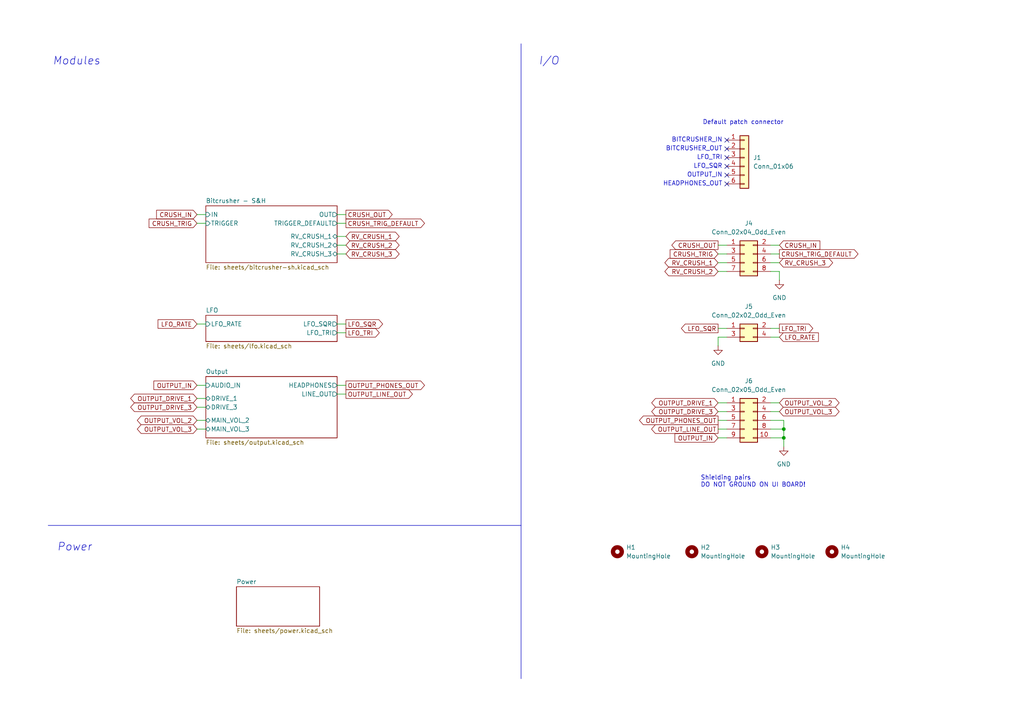
<source format=kicad_sch>
(kicad_sch (version 20250114) (generator "eeschema") (generator_version "9.0")
  (paper "A4")
  (lib_symbols
    (symbol "Connector_Generic:Conn_01x06" (pin_names (offset 1.016) (hide yes))
      (property "Reference" "J" (at 0 7.62 0))
      (property "Value" "Conn_01x06" (at 0 -10.16 0))
      (symbol "Conn_01x06_1_1"
        (rectangle (start -1.27 6.35) (end 1.27 -8.89) (stroke (width 0.254)) (fill (type background)))
        (rectangle (start -1.27 5.207) (end 0 4.953) (stroke (width 0.1524)))
        (rectangle (start -1.27 2.667) (end 0 2.413) (stroke (width 0.1524)))
        (rectangle (start -1.27 0.127) (end 0 -0.127) (stroke (width 0.1524)))
        (rectangle (start -1.27 -2.413) (end 0 -2.667) (stroke (width 0.1524)))
        (rectangle (start -1.27 -4.953) (end 0 -5.207) (stroke (width 0.1524)))
        (rectangle (start -1.27 -7.493) (end 0 -7.747) (stroke (width 0.1524)))
        (pin passive line (at -5.08 5.08 0) (length 3.81) (name "Pin_1") (number "1"))
        (pin passive line (at -5.08 2.54 0) (length 3.81) (name "Pin_2") (number "2"))
        (pin passive line (at -5.08 0 0) (length 3.81) (name "Pin_3") (number "3"))
        (pin passive line (at -5.08 -2.54 0) (length 3.81) (name "Pin_4") (number "4"))
        (pin passive line (at -5.08 -5.08 0) (length 3.81) (name "Pin_5") (number "5"))
        (pin passive line (at -5.08 -7.62 0) (length 3.81) (name "Pin_6") (number "6"))
      )
    )
    (symbol "Connector_Generic:Conn_02x02_Odd_Even" (pin_names (offset 1.016) (hide yes))
      (property "Reference" "J" (at 1.27 2.54 0))
      (property "Value" "Conn_02x02_Odd_Even" (at 1.27 -5.08 0))
      (symbol "Conn_02x02_Odd_Even_1_1"
        (rectangle (start -1.27 1.27) (end 3.81 -3.81) (stroke (width 0.254)) (fill (type background)))
        (rectangle (start -1.27 0.127) (end 0 -0.127) (stroke (width 0.1524)))
        (rectangle (start -1.27 -2.413) (end 0 -2.667) (stroke (width 0.1524)))
        (rectangle (start 3.81 0.127) (end 2.54 -0.127) (stroke (width 0.1524)))
        (rectangle (start 3.81 -2.413) (end 2.54 -2.667) (stroke (width 0.1524)))
        (pin passive line (at -5.08 0 0) (length 3.81) (name "Pin_1") (number "1"))
        (pin passive line (at -5.08 -2.54 0) (length 3.81) (name "Pin_3") (number "3"))
        (pin passive line (at 7.62 0 180) (length 3.81) (name "Pin_2") (number "2"))
        (pin passive line (at 7.62 -2.54 180) (length 3.81) (name "Pin_4") (number "4"))
      )
    )
    (symbol "Connector_Generic:Conn_02x04_Odd_Even" (pin_names (offset 1.016) (hide yes))
      (property "Reference" "J" (at 1.27 5.08 0))
      (property "Value" "Conn_02x04_Odd_Even" (at 1.27 -7.62 0))
      (symbol "Conn_02x04_Odd_Even_1_1"
        (rectangle (start -1.27 3.81) (end 3.81 -6.35) (stroke (width 0.254)) (fill (type background)))
        (rectangle (start -1.27 2.667) (end 0 2.413) (stroke (width 0.1524)))
        (rectangle (start -1.27 0.127) (end 0 -0.127) (stroke (width 0.1524)))
        (rectangle (start -1.27 -2.413) (end 0 -2.667) (stroke (width 0.1524)))
        (rectangle (start -1.27 -4.953) (end 0 -5.207) (stroke (width 0.1524)))
        (rectangle (start 3.81 2.667) (end 2.54 2.413) (stroke (width 0.1524)))
        (rectangle (start 3.81 0.127) (end 2.54 -0.127) (stroke (width 0.1524)))
        (rectangle (start 3.81 -2.413) (end 2.54 -2.667) (stroke (width 0.1524)))
        (rectangle (start 3.81 -4.953) (end 2.54 -5.207) (stroke (width 0.1524)))
        (pin passive line (at -5.08 2.54 0) (length 3.81) (name "Pin_1") (number "1"))
        (pin passive line (at -5.08 0 0) (length 3.81) (name "Pin_3") (number "3"))
        (pin passive line (at -5.08 -2.54 0) (length 3.81) (name "Pin_5") (number "5"))
        (pin passive line (at -5.08 -5.08 0) (length 3.81) (name "Pin_7") (number "7"))
        (pin passive line (at 7.62 2.54 180) (length 3.81) (name "Pin_2") (number "2"))
        (pin passive line (at 7.62 0 180) (length 3.81) (name "Pin_4") (number "4"))
        (pin passive line (at 7.62 -2.54 180) (length 3.81) (name "Pin_6") (number "6"))
        (pin passive line (at 7.62 -5.08 180) (length 3.81) (name "Pin_8") (number "8"))
      )
    )
    (symbol "Connector_Generic:Conn_02x05_Odd_Even" (pin_names (offset 1.016) (hide yes))
      (property "Reference" "J" (at 1.27 7.62 0))
      (property "Value" "Conn_02x05_Odd_Even" (at 1.27 -7.62 0))
      (symbol "Conn_02x05_Odd_Even_1_1"
        (rectangle (start -1.27 6.35) (end 3.81 -6.35) (stroke (width 0.254)) (fill (type background)))
        (rectangle (start -1.27 5.207) (end 0 4.953) (stroke (width 0.1524)))
        (rectangle (start -1.27 2.667) (end 0 2.413) (stroke (width 0.1524)))
        (rectangle (start -1.27 0.127) (end 0 -0.127) (stroke (width 0.1524)))
        (rectangle (start -1.27 -2.413) (end 0 -2.667) (stroke (width 0.1524)))
        (rectangle (start -1.27 -4.953) (end 0 -5.207) (stroke (width 0.1524)))
        (rectangle (start 3.81 5.207) (end 2.54 4.953) (stroke (width 0.1524)))
        (rectangle (start 3.81 2.667) (end 2.54 2.413) (stroke (width 0.1524)))
        (rectangle (start 3.81 0.127) (end 2.54 -0.127) (stroke (width 0.1524)))
        (rectangle (start 3.81 -2.413) (end 2.54 -2.667) (stroke (width 0.1524)))
        (rectangle (start 3.81 -4.953) (end 2.54 -5.207) (stroke (width 0.1524)))
        (pin passive line (at -5.08 5.08 0) (length 3.81) (name "Pin_1") (number "1"))
        (pin passive line (at -5.08 2.54 0) (length 3.81) (name "Pin_3") (number "3"))
        (pin passive line (at -5.08 0 0) (length 3.81) (name "Pin_5") (number "5"))
        (pin passive line (at -5.08 -2.54 0) (length 3.81) (name "Pin_7") (number "7"))
        (pin passive line (at -5.08 -5.08 0) (length 3.81) (name "Pin_9") (number "9"))
        (pin passive line (at 7.62 5.08 180) (length 3.81) (name "Pin_2") (number "2"))
        (pin passive line (at 7.62 2.54 180) (length 3.81) (name "Pin_4") (number "4"))
        (pin passive line (at 7.62 0 180) (length 3.81) (name "Pin_6") (number "6"))
        (pin passive line (at 7.62 -2.54 180) (length 3.81) (name "Pin_8") (number "8"))
        (pin passive line (at 7.62 -5.08 180) (length 3.81) (name "Pin_10") (number "10"))
      )
    )
    (symbol "Mechanical:MountingHole" (pin_names (offset 1.016)) (in_bom no)
      (property "Reference" "H" (at 0 5.08 0))
      (property "Value" "MountingHole" (at 0 3.175 0))
      (symbol "MountingHole_0_1"
        (circle (center 0 0) (radius 1.27) (stroke (width 1.27)))
      )
    )
    (symbol "power:GND" (power) (pin_numbers (hide yes)) (pin_names (offset 0) (hide yes))
      (property "Value" "GND" (at 0 -3.81 0))
      (symbol "GND_0_1"
        (polyline (pts (xy 0 0) (xy 0 -1.27) (xy 1.27 -1.27) (xy 0 -2.54) (xy -1.27 -1.27) (xy 0 -1.27)))
      )
      (symbol "GND_1_1"
        (pin power_in line (at 0 0 270) (length 0) (name "~") (number "1"))
      )
    )
  )
  (text "Power" (at 16.51 158.75 0) (effects (font (size 2.27 2.27) (italic yes)) (justify left)))
  (text "LFO_TRI" (at 209.55 45.72 0) (effects (font (size 1.27 1.27)) (justify right)))
  (text "Default patch connector" (at 227.33 35.56 0) (effects (font (size 1.27 1.27)) (justify right)))
  (text "HEADPHONES_OUT" (at 209.55 53.34 0) (effects (font (size 1.27 1.27)) (justify right)))
  (text "BITCRUSHER_IN" (at 209.55 40.64 0) (effects (font (size 1.27 1.27)) (justify right)))
  (text "Shielding pairs\nDO NOT GROUND ON UI BOARD!" (at 203.2 139.7 0) (effects (font (size 1.27 1.27)) (justify left)))
  (text "OUTPUT_IN" (at 209.55 50.8 0) (effects (font (size 1.27 1.27)) (justify right)))
  (text "Modules" (at 15.24 17.78 0) (effects (font (size 2.27 2.27) (italic yes)) (justify left)))
  (text "BITCRUSHER_OUT" (at 209.55 43.18 0) (effects (font (size 1.27 1.27)) (justify right)))
  (text "I/O" (at 156.21 17.78 0) (effects (font (size 2.27 2.27) (italic yes)) (justify left)))
  (text "LFO_SQR" (at 209.55 48.26 0) (effects (font (size 1.27 1.27)) (justify right)))
  (junction (at 227.33 124.46))
  (junction (at 227.33 127))
  (no_connect (at 210.82 53.34))
  (no_connect (at 210.82 40.64))
  (no_connect (at 210.82 48.26))
  (no_connect (at 210.82 43.18))
  (no_connect (at 210.82 50.8))
  (no_connect (at 210.82 45.72))
  (wire (pts (xy 57.15 118.11) (xy 59.69 118.11)))
  (wire (pts (xy 100.33 111.76) (xy 97.79 111.76)))
  (wire (pts (xy 208.28 119.38) (xy 210.82 119.38)))
  (wire (pts (xy 223.52 73.66) (xy 226.06 73.66)))
  (wire (pts (xy 208.28 73.66) (xy 210.82 73.66)))
  (wire (pts (xy 97.79 71.12) (xy 100.33 71.12)))
  (wire (pts (xy 223.52 121.92) (xy 227.33 121.92)))
  (wire (pts (xy 208.28 71.12) (xy 210.82 71.12)))
  (wire (pts (xy 57.15 121.92) (xy 59.69 121.92)))
  (wire (pts (xy 100.33 62.23) (xy 97.79 62.23)))
  (wire (pts (xy 223.52 124.46) (xy 227.33 124.46)))
  (wire (pts (xy 223.52 76.2) (xy 226.06 76.2)))
  (wire (pts (xy 226.06 81.28) (xy 226.06 78.74)))
  (wire (pts (xy 226.06 71.12) (xy 223.52 71.12)))
  (wire (pts (xy 57.15 115.57) (xy 59.69 115.57)))
  (wire (pts (xy 208.28 121.92) (xy 210.82 121.92)))
  (wire (pts (xy 208.28 116.84) (xy 210.82 116.84)))
  (wire (pts (xy 57.15 64.77) (xy 59.69 64.77)))
  (wire (pts (xy 223.52 97.79) (xy 226.06 97.79)))
  (wire (pts (xy 208.28 95.25) (xy 210.82 95.25)))
  (wire (pts (xy 57.15 62.23) (xy 59.69 62.23)))
  (wire (pts (xy 208.28 124.46) (xy 210.82 124.46)))
  (wire (pts (xy 57.15 124.46) (xy 59.69 124.46)))
  (wire (pts (xy 210.82 97.79) (xy 208.28 97.79)))
  (wire (pts (xy 226.06 119.38) (xy 223.52 119.38)))
  (wire (pts (xy 97.79 93.98) (xy 100.33 93.98)))
  (wire (pts (xy 226.06 116.84) (xy 223.52 116.84)))
  (wire (pts (xy 208.28 97.79) (xy 208.28 100.33)))
  (wire (pts (xy 97.79 96.52) (xy 100.33 96.52)))
  (wire (pts (xy 100.33 68.58) (xy 97.79 68.58)))
  (polyline (pts (xy 151.13 12.7) (xy 151.13 196.85)))
  (wire (pts (xy 226.06 78.74) (xy 223.52 78.74)))
  (wire (pts (xy 57.15 93.98) (xy 59.69 93.98)))
  (wire (pts (xy 223.52 95.25) (xy 226.06 95.25)))
  (wire (pts (xy 100.33 114.3) (xy 97.79 114.3)))
  (wire (pts (xy 227.33 121.92) (xy 227.33 124.46)))
  (wire (pts (xy 208.28 76.2) (xy 210.82 76.2)))
  (wire (pts (xy 223.52 127) (xy 227.33 127)))
  (wire (pts (xy 97.79 64.77) (xy 100.33 64.77)))
  (wire (pts (xy 210.82 78.74) (xy 208.28 78.74)))
  (wire (pts (xy 97.79 73.66) (xy 100.33 73.66)))
  (wire (pts (xy 227.33 124.46) (xy 227.33 127)))
  (wire (pts (xy 208.28 127) (xy 210.82 127)))
  (polyline (pts (xy 13.97 152.4) (xy 151.13 152.4)))
  (wire (pts (xy 227.33 127) (xy 227.33 129.54)))
  (wire (pts (xy 57.15 111.76) (xy 59.69 111.76)))
  (global_label "OUTPUT_PHONES_OUT" (shape output) (at 100.33 111.76 0) (property "Intersheetrefs" "${INTERSHEET_REFS}" (effects (hide yes))))
  (global_label "RV_CRUSH_2" (shape bidirectional) (at 208.28 78.74 180) (property "Intersheetrefs" "${INTERSHEET_REFS}" (effects (hide yes))))
  (global_label "OUTPUT_PHONES_OUT" (shape output) (at 208.28 121.92 180) (property "Intersheetrefs" "${INTERSHEET_REFS}" (effects (hide yes))))
  (global_label "RV_CRUSH_3" (shape bidirectional) (at 100.33 73.66 0) (property "Intersheetrefs" "${INTERSHEET_REFS}" (effects (hide yes))))
  (global_label "CRUSH_IN" (shape input) (at 57.15 62.23 180) (property "Intersheetrefs" "${INTERSHEET_REFS}" (effects (hide yes))))
  (global_label "RV_CRUSH_1" (shape bidirectional) (at 208.28 76.2 180) (property "Intersheetrefs" "${INTERSHEET_REFS}" (effects (hide yes))))
  (global_label "OUTPUT_DRIVE_3" (shape bidirectional) (at 208.28 119.38 180) (property "Intersheetrefs" "${INTERSHEET_REFS}" (effects (hide yes))))
  (global_label "CRUSH_IN" (shape input) (at 226.06 71.12 0) (property "Intersheetrefs" "${INTERSHEET_REFS}" (effects (hide yes))))
  (global_label "LFO_TRI" (shape output) (at 100.33 96.52 0) (property "Intersheetrefs" "${INTERSHEET_REFS}" (effects (hide yes))))
  (global_label "CRUSH_TRIG_DEFAULT" (shape output) (at 226.06 73.66 0) (property "Intersheetrefs" "${INTERSHEET_REFS}" (effects (hide yes))))
  (global_label "RV_CRUSH_3" (shape bidirectional) (at 226.06 76.2 0) (property "Intersheetrefs" "${INTERSHEET_REFS}" (effects (hide yes))))
  (global_label "LFO_SQR" (shape output) (at 208.28 95.25 180) (property "Intersheetrefs" "${INTERSHEET_REFS}" (effects (hide yes))))
  (global_label "OUTPUT_DRIVE_3" (shape bidirectional) (at 57.15 118.11 180) (property "Intersheetrefs" "${INTERSHEET_REFS}" (effects (hide yes))))
  (global_label "LFO_RATE" (shape input) (at 226.06 97.79 0) (property "Intersheetrefs" "${INTERSHEET_REFS}" (effects (hide yes))))
  (global_label "OUTPUT_VOL_2" (shape bidirectional) (at 57.15 121.92 180) (property "Intersheetrefs" "${INTERSHEET_REFS}" (effects (hide yes))))
  (global_label "CRUSH_TRIG" (shape input) (at 208.28 73.66 180) (property "Intersheetrefs" "${INTERSHEET_REFS}" (effects (hide yes))))
  (global_label "OUTPUT_VOL_3" (shape bidirectional) (at 226.06 119.38 0) (property "Intersheetrefs" "${INTERSHEET_REFS}" (effects (hide yes))))
  (global_label "OUTPUT_LINE_OUT" (shape output) (at 208.28 124.46 180) (property "Intersheetrefs" "${INTERSHEET_REFS}" (effects (hide yes))))
  (global_label "RV_CRUSH_1" (shape bidirectional) (at 100.33 68.58 0) (property "Intersheetrefs" "${INTERSHEET_REFS}" (effects (hide yes))))
  (global_label "OUTPUT_VOL_2" (shape bidirectional) (at 226.06 116.84 0) (property "Intersheetrefs" "${INTERSHEET_REFS}" (effects (hide yes))))
  (global_label "CRUSH_OUT" (shape output) (at 100.33 62.23 0) (property "Intersheetrefs" "${INTERSHEET_REFS}" (effects (hide yes))))
  (global_label "LFO_TRI" (shape output) (at 226.06 95.25 0) (property "Intersheetrefs" "${INTERSHEET_REFS}" (effects (hide yes))))
  (global_label "OUTPUT_IN" (shape input) (at 57.15 111.76 180) (property "Intersheetrefs" "${INTERSHEET_REFS}" (effects (hide yes))))
  (global_label "CRUSH_OUT" (shape output) (at 208.28 71.12 180) (property "Intersheetrefs" "${INTERSHEET_REFS}" (effects (hide yes))))
  (global_label "OUTPUT_LINE_OUT" (shape output) (at 100.33 114.3 0) (property "Intersheetrefs" "${INTERSHEET_REFS}" (effects (hide yes))))
  (global_label "LFO_RATE" (shape input) (at 57.15 93.98 180) (property "Intersheetrefs" "${INTERSHEET_REFS}" (effects (hide yes))))
  (global_label "OUTPUT_DRIVE_1" (shape bidirectional) (at 208.28 116.84 180) (property "Intersheetrefs" "${INTERSHEET_REFS}" (effects (hide yes))))
  (global_label "RV_CRUSH_2" (shape bidirectional) (at 100.33 71.12 0) (property "Intersheetrefs" "${INTERSHEET_REFS}" (effects (hide yes))))
  (global_label "OUTPUT_VOL_3" (shape bidirectional) (at 57.15 124.46 180) (property "Intersheetrefs" "${INTERSHEET_REFS}" (effects (hide yes))))
  (global_label "OUTPUT_IN" (shape input) (at 208.28 127 180) (property "Intersheetrefs" "${INTERSHEET_REFS}" (effects (hide yes))))
  (global_label "OUTPUT_DRIVE_1" (shape bidirectional) (at 57.15 115.57 180) (property "Intersheetrefs" "${INTERSHEET_REFS}" (effects (hide yes))))
  (global_label "LFO_SQR" (shape output) (at 100.33 93.98 0) (property "Intersheetrefs" "${INTERSHEET_REFS}" (effects (hide yes))))
  (global_label "CRUSH_TRIG_DEFAULT" (shape output) (at 100.33 64.77 0) (property "Intersheetrefs" "${INTERSHEET_REFS}" (effects (hide yes))))
  (global_label "CRUSH_TRIG" (shape input) (at 57.15 64.77 180) (property "Intersheetrefs" "${INTERSHEET_REFS}" (effects (hide yes))))
  (symbol (lib_id "Mechanical:MountingHole") (at 200.66 160.02 0) (unit 1) (in_bom no)
    (property "Reference" "H2" (at 203.2 158.7499 0) (effects (justify left)))
    (property "Value" "MountingHole" (at 203.2 161.2899 0) (effects (justify left)))
    (property "Footprint" "MountingHole:MountingHole_3.2mm_M3_DIN965_Pad" (effects (hide yes)))
    (property "Description" "Mounting Hole without connection" (effects (hide yes)))
    (property "Vendor" "-" (effects (hide yes)))
  )
  (symbol (lib_id "Mechanical:MountingHole") (at 179.07 160.02 0) (unit 1) (in_bom no)
    (property "Reference" "H1" (at 181.61 158.7499 0) (effects (justify left)))
    (property "Value" "MountingHole" (at 181.61 161.2899 0) (effects (justify left)))
    (property "Footprint" "MountingHole:MountingHole_3.2mm_M3_DIN965_Pad" (effects (hide yes)))
    (property "Description" "Mounting Hole without connection" (effects (hide yes)))
    (property "Vendor" "-" (effects (hide yes)))
  )
  (symbol (lib_id "Connector_Generic:Conn_01x06") (at 215.9 45.72 0) (unit 1)
    (property "Reference" "J1" (at 218.44 45.7199 0) (effects (justify left)))
    (property "Value" "Conn_01x06" (at 218.44 48.2599 0) (effects (justify left)))
    (property "Footprint" "Connector_PinHeader_2.54mm:PinHeader_1x06_P2.54mm_Vertical" (effects (hide yes)))
    (property "Description" "Generic connector, single row, 01x06, script generated (kicad-library-utils/schlib/autogen/connector/)" (effects (hide yes)))
    (property "Vendor" "Mouser" (effects (hide yes)))
  )
  (symbol (lib_id "Connector_Generic:Conn_02x05_Odd_Even") (at 215.9 121.92 0) (unit 1)
    (property "Reference" "J6" (at 217.17 110.49 0))
    (property "Value" "Conn_02x05_Odd_Even" (at 217.17 113.03 0))
    (property "Footprint" "Connector_PinHeader_2.54mm:PinHeader_2x05_P2.54mm_Vertical" (effects (hide yes)))
    (property "Description" "Generic connector, double row, 02x05, odd/even pin numbering scheme (row 1 odd numbers, row 2 even numbers), script generated (kicad-library-utils/schlib/autogen/connector/)" (effects (hide yes)))
  )
  (symbol (lib_id "power:GND") (at 226.06 81.28 0) (unit 1)
    (property "Reference" "#PWR041" (effects (hide yes)))
    (property "Value" "GND" (at 226.06 86.36 0))
    (property "Description" "Power symbol creates a global label with name \"GND\" , ground" (effects (hide yes)))
  )
  (symbol (lib_id "Connector_Generic:Conn_02x04_Odd_Even") (at 215.9 73.66 0) (unit 1)
    (property "Reference" "J4" (at 217.17 64.77 0))
    (property "Value" "Conn_02x04_Odd_Even" (at 217.17 67.31 0))
    (property "Footprint" "Connector_PinHeader_2.54mm:PinHeader_2x04_P2.54mm_Vertical" (effects (hide yes)))
    (property "Description" "Generic connector, double row, 02x04, odd/even pin numbering scheme (row 1 odd numbers, row 2 even numbers), script generated (kicad-library-utils/schlib/autogen/connector/)" (effects (hide yes)))
  )
  (symbol (lib_id "Mechanical:MountingHole") (at 220.98 160.02 0) (unit 1) (in_bom no)
    (property "Reference" "H3" (at 223.52 158.7499 0) (effects (justify left)))
    (property "Value" "MountingHole" (at 223.52 161.2899 0) (effects (justify left)))
    (property "Footprint" "MountingHole:MountingHole_3.2mm_M3_DIN965_Pad" (effects (hide yes)))
    (property "Description" "Mounting Hole without connection" (effects (hide yes)))
    (property "Vendor" "-" (effects (hide yes)))
  )
  (symbol (lib_id "power:GND") (at 227.33 129.54 0) (unit 1)
    (property "Reference" "#PWR039" (effects (hide yes)))
    (property "Value" "GND" (at 227.33 134.62 0))
    (property "Description" "Power symbol creates a global label with name \"GND\" , ground" (effects (hide yes)))
  )
  (symbol (lib_id "Mechanical:MountingHole") (at 241.3 160.02 0) (unit 1) (in_bom no)
    (property "Reference" "H4" (at 243.84 158.7499 0) (effects (justify left)))
    (property "Value" "MountingHole" (at 243.84 161.2899 0) (effects (justify left)))
    (property "Footprint" "MountingHole:MountingHole_3.2mm_M3_DIN965_Pad" (effects (hide yes)))
    (property "Description" "Mounting Hole without connection" (effects (hide yes)))
    (property "Vendor" "-" (effects (hide yes)))
  )
  (symbol (lib_id "power:GND") (at 208.28 100.33 0) (unit 1)
    (property "Reference" "#PWR040" (effects (hide yes)))
    (property "Value" "GND" (at 208.28 105.41 0))
    (property "Description" "Power symbol creates a global label with name \"GND\" , ground" (effects (hide yes)))
  )
  (symbol (lib_id "Connector_Generic:Conn_02x02_Odd_Even") (at 215.9 95.25 0) (unit 1)
    (property "Reference" "J5" (at 217.17 88.9 0))
    (property "Value" "Conn_02x02_Odd_Even" (at 217.17 91.44 0))
    (property "Footprint" "Connector_PinHeader_2.54mm:PinHeader_2x02_P2.54mm_Vertical" (effects (hide yes)))
    (property "Description" "Generic connector, double row, 02x02, odd/even pin numbering scheme (row 1 odd numbers, row 2 even numbers), script generated (kicad-library-utils/schlib/autogen/connector/)" (effects (hide yes)))
  )
  (sheet (at 59.69 91.44) (size 38.1 7.62) (stroke (width 0.1524))
    (property "Sheetname" "LFO" (at 59.69 90.7284 0) (effects (justify left bottom)))
    (property "Sheetfile" "sheets/lfo.kicad_sch" (at 59.69 99.6446 0) (effects (justify left top)))
    (pin "LFO_RATE" input (at 59.69 93.98 180))
    (pin "LFO_SQR" output (at 97.79 93.98 0))
    (pin "LFO_TRI" output (at 97.79 96.52 0))
  )
  (sheet (at 59.69 109.22) (size 38.1 17.78) (stroke (width 0.1524))
    (property "Sheetname" "Output" (at 59.69 108.5084 0) (effects (justify left bottom)))
    (property "Sheetfile" "sheets/output.kicad_sch" (at 59.69 127.5846 0) (effects (justify left top)))
    (pin "AUDIO_IN" input (at 59.69 111.76 180))
    (pin "DRIVE_1" bidirectional (at 59.69 115.57 180))
    (pin "DRIVE_3" bidirectional (at 59.69 118.11 180))
    (pin "HEADPHONES" output (at 97.79 111.76 0))
    (pin "LINE_OUT" output (at 97.79 114.3 0))
    (pin "MAIN_VOL_2" bidirectional (at 59.69 121.92 180))
    (pin "MAIN_VOL_3" bidirectional (at 59.69 124.46 180))
  )
  (sheet (at 68.58 170.18) (size 24.13 11.43) (stroke (width 0.1524))
    (property "Sheetname" "Power" (at 68.58 169.4684 0) (effects (justify left bottom)))
    (property "Sheetfile" "sheets/power.kicad_sch" (at 68.58 182.1946 0) (effects (justify left top)))
  )
  (sheet (at 59.69 59.69) (size 38.1 16.51) (stroke (width 0.1524))
    (property "Sheetname" "Bitcrusher - S&H" (at 59.69 58.9784 0) (effects (justify left bottom)))
    (property "Sheetfile" "sheets/bitcrusher-sh.kicad_sch" (at 59.69 76.7846 0) (effects (justify left top)))
    (pin "IN" input (at 59.69 62.23 180))
    (pin "OUT" output (at 97.79 62.23 0))
    (pin "TRIGGER" input (at 59.69 64.77 180))
    (pin "TRIGGER_DEFAULT" output (at 97.79 64.77 0))
    (pin "RV_CRUSH_1" bidirectional (at 97.79 68.58 0))
    (pin "RV_CRUSH_2" bidirectional (at 97.79 71.12 0))
    (pin "RV_CRUSH_3" bidirectional (at 97.79 73.66 0))
  )
)
</source>
